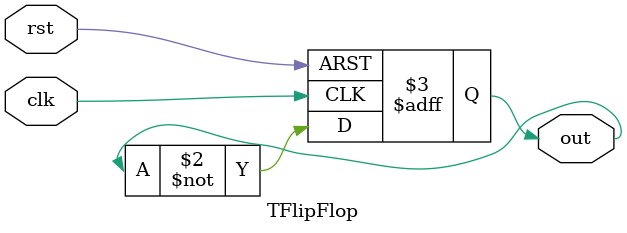
<source format=v>
module Divider(input clk, rst, input [7 : 0]in, output PSI);
	wire co;
	MyCounter cnt(clk, rst, in, co);
	TFlipFlop tff(co, rst, PSI);
endmodule

module MyCounter(input clk, rst, input [7 : 0]in, output co);
	reg [7 : 0] cnt;
	always @(posedge clk, posedge rst)
	begin
		if (rst)
			cnt = in;
		else if(co)
			cnt = in;
		else
			cnt = cnt + 1;
	end
	assign co = &(cnt);
	
endmodule

module TFlipFlop(input clk, rst, output reg out);
		always @(posedge clk, posedge rst)
		begin
			if (rst)
				out = 0;
			else
				out = ~out;
		end
endmodule
</source>
